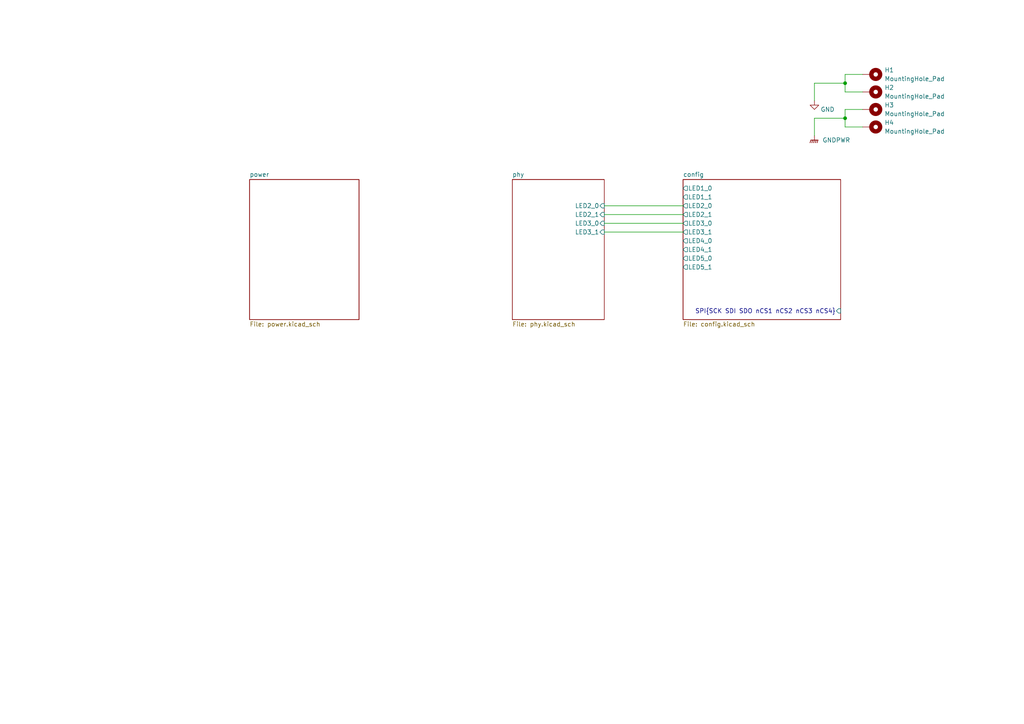
<source format=kicad_sch>
(kicad_sch (version 20230121) (generator eeschema)
  (paper "A4")
  (lib_symbols
    (symbol "Mechanical:MountingHole_Pad" (pin_numbers hide) (pin_names (offset 1.016) hide)
      (property "Reference" "H" (at 0 6.35 0))
      (property "Value" "MountingHole_Pad" (at 0 4.445 0))
      (symbol "MountingHole_Pad_0_1"
        (circle (center 0 1.27) (radius 1.27) (stroke (width 1.27)))
      )
      (symbol "MountingHole_Pad_1_1"
        (pin input line (at 0 -2.54 90) (length 2.54) (name "1") (number "1"))
      )
    )
    (symbol "power:GND" (power) (pin_names (offset 0))
      (property "Value" "GND" (at 0 -3.81 0))
      (symbol "GND_0_1"
        (polyline (pts (xy 0 0) (xy 0 -1.27) (xy 1.27 -1.27) (xy 0 -2.54) (xy -1.27 -1.27) (xy 0 -1.27)))
      )
      (symbol "GND_1_1"
        (pin power_in line (at 0 0 270) (length 0) hide (name "GND") (number "1"))
      )
    )
    (symbol "power:GNDPWR" (power) (pin_names (offset 0))
      (property "Value" "GNDPWR" (at 0 -3.302 0))
      (symbol "GNDPWR_0_1"
        (polyline (pts (xy 0 -1.27) (xy 0 0)))
        (polyline (pts (xy -1.016 -1.27) (xy -1.27 -2.032) (xy -1.27 -2.032)) (stroke (width 0.2032)))
        (polyline (pts (xy -0.508 -1.27) (xy -0.762 -2.032) (xy -0.762 -2.032)) (stroke (width 0.2032)))
        (polyline (pts (xy 0 -1.27) (xy -0.254 -2.032) (xy -0.254 -2.032)) (stroke (width 0.2032)))
        (polyline (pts (xy 0.508 -1.27) (xy 0.254 -2.032) (xy 0.254 -2.032)) (stroke (width 0.2032)))
        (polyline (pts (xy 1.016 -1.27) (xy -1.016 -1.27) (xy -1.016 -1.27)) (stroke (width 0.2032)))
        (polyline (pts (xy 1.016 -1.27) (xy 0.762 -2.032) (xy 0.762 -2.032) (xy 0.762 -2.032)) (stroke (width 0.2032)))
      )
      (symbol "GNDPWR_1_1"
        (pin power_in line (at 0 0 270) (length 0) hide (name "GNDPWR") (number "1"))
      )
    )
  )
  (junction (at 245.11 24.13))
  (junction (at 245.11 34.29))
  (wire (pts (xy 245.11 31.75) (xy 245.11 34.29)))
  (wire (pts (xy 250.19 21.59) (xy 245.11 21.59)))
  (wire (pts (xy 245.11 34.29) (xy 245.11 36.83)))
  (wire (pts (xy 175.26 64.77) (xy 198.12 64.77)))
  (wire (pts (xy 175.26 67.31) (xy 198.12 67.31)))
  (wire (pts (xy 245.11 24.13) (xy 236.22 24.13)))
  (wire (pts (xy 245.11 36.83) (xy 250.19 36.83)))
  (wire (pts (xy 245.11 34.29) (xy 236.22 34.29)))
  (wire (pts (xy 175.26 59.69) (xy 198.12 59.69)))
  (wire (pts (xy 245.11 24.13) (xy 245.11 26.67)))
  (wire (pts (xy 236.22 34.29) (xy 236.22 39.37)))
  (wire (pts (xy 236.22 24.13) (xy 236.22 29.21)))
  (wire (pts (xy 245.11 21.59) (xy 245.11 24.13)))
  (wire (pts (xy 175.26 62.23) (xy 198.12 62.23)))
  (wire (pts (xy 250.19 31.75) (xy 245.11 31.75)))
  (wire (pts (xy 245.11 26.67) (xy 250.19 26.67)))
  (symbol (lib_id "power:GND") (at 236.22 29.21 0) (unit 1)
    (property "Reference" "#PWR01" (effects hide))
    (property "Value" "GND" (at 240.03 31.75 0))
  )
  (symbol (lib_id "Mechanical:MountingHole_Pad") (at 252.73 31.75 270) (unit 1)
    (property "Reference" "H3" (at 256.54 30.4799 90) (effects (justify left)))
    (property "Value" "MountingHole_Pad" (at 256.54 33.0199 90) (effects (justify left)))
    (property "Footprint" "MountingHole:MountingHole_2.7mm_Pad" (effects hide))
  )
  (symbol (lib_id "Mechanical:MountingHole_Pad") (at 252.73 36.83 270) (unit 1)
    (property "Reference" "H4" (at 256.54 35.5599 90) (effects (justify left)))
    (property "Value" "MountingHole_Pad" (at 256.54 38.0999 90) (effects (justify left)))
    (property "Footprint" "MountingHole:MountingHole_2.7mm_Pad" (effects hide))
  )
  (symbol (lib_id "Mechanical:MountingHole_Pad") (at 252.73 26.67 270) (unit 1)
    (property "Reference" "H2" (at 256.54 25.3999 90) (effects (justify left)))
    (property "Value" "MountingHole_Pad" (at 256.54 27.9399 90) (effects (justify left)))
    (property "Footprint" "MountingHole:MountingHole_2.7mm_Pad" (effects hide))
  )
  (symbol (lib_id "power:GNDPWR") (at 236.22 39.37 0) (unit 1)
    (property "Reference" "#PWR02" (effects hide))
    (property "Value" "GNDPWR" (at 242.57 40.64 0))
  )
  (symbol (lib_id "Mechanical:MountingHole_Pad") (at 252.73 21.59 270) (unit 1)
    (property "Reference" "H1" (at 256.54 20.3199 90) (effects (justify left)))
    (property "Value" "MountingHole_Pad" (at 256.54 22.8599 90) (effects (justify left)))
    (property "Footprint" "MountingHole:MountingHole_2.7mm_Pad" (effects hide))
  )
  (sheet (at 148.59 52.07) (size 26.67 40.64) (stroke (width 0.1524))
    (property "Sheetname" "phy" (at 148.59 51.3584 0) (effects (justify left bottom)))
    (property "Sheetfile" "phy.kicad_sch" (at 148.59 93.2946 0) (effects (justify left top)))
    (pin "LED3_0" input (at 175.26 64.77 0))
    (pin "LED3_1" input (at 175.26 67.31 0))
    (pin "LED2_0" input (at 175.26 59.69 0))
    (pin "LED2_1" input (at 175.26 62.23 0))
  )
  (sheet (at 72.39 52.07) (size 31.75 40.64) (stroke (width 0.1524))
    (property "Sheetname" "power" (at 72.39 51.3584 0) (effects (justify left bottom)))
    (property "Sheetfile" "power.kicad_sch" (at 72.39 93.2946 0) (effects (justify left top)))
  )
  (sheet (at 198.12 52.07) (size 45.72 40.64) (stroke (width 0.1524))
    (property "Sheetname" "config" (at 198.12 51.3584 0) (effects (justify left bottom)))
    (property "Sheetfile" "config.kicad_sch" (at 198.12 93.2946 0) (effects (justify left top)))
    (pin "LED1_0" output (at 198.12 54.61 180))
    (pin "LED1_1" output (at 198.12 57.15 180))
    (pin "LED2_0" output (at 198.12 59.69 180))
    (pin "LED3_1" output (at 198.12 67.31 180))
    (pin "LED5_1" output (at 198.12 77.47 180))
    (pin "LED3_0" output (at 198.12 64.77 180))
    (pin "LED2_1" output (at 198.12 62.23 180))
    (pin "LED4_0" output (at 198.12 69.85 180))
    (pin "LED4_1" output (at 198.12 72.39 180))
    (pin "LED5_0" output (at 198.12 74.93 180))
    (pin "SPI{SCK SDI SDO nCS1 nCS2 nCS3 nCS4}" input (at 243.84 90.17 0))
  )
)
</source>
